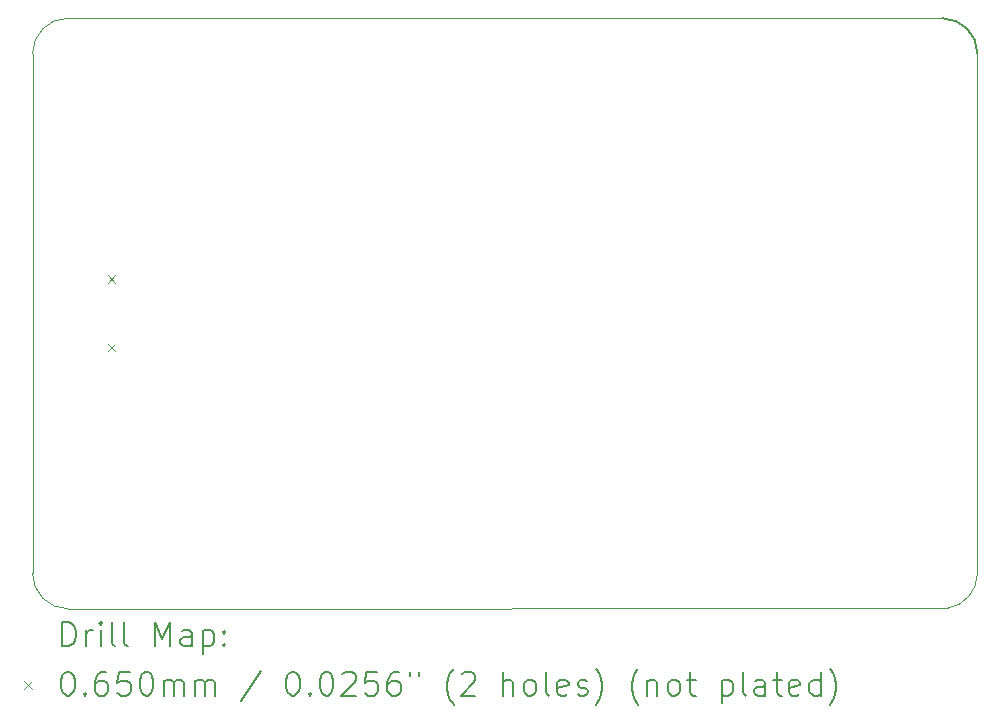
<source format=gbr>
%TF.GenerationSoftware,KiCad,Pcbnew,(6.0.7-1)-1*%
%TF.CreationDate,2022-09-20T14:46:52+12:00*%
%TF.ProjectId,ENEL300Group10MCUBoard,454e454c-3330-4304-9772-6f757031304d,rev?*%
%TF.SameCoordinates,Original*%
%TF.FileFunction,Drillmap*%
%TF.FilePolarity,Positive*%
%FSLAX45Y45*%
G04 Gerber Fmt 4.5, Leading zero omitted, Abs format (unit mm)*
G04 Created by KiCad (PCBNEW (6.0.7-1)-1) date 2022-09-20 14:46:52*
%MOMM*%
%LPD*%
G01*
G04 APERTURE LIST*
%ADD10C,0.100000*%
%ADD11C,0.150000*%
%ADD12C,0.200000*%
%ADD13C,0.065000*%
G04 APERTURE END LIST*
D10*
X5300000Y-8750000D02*
X12749320Y-8745918D01*
X5000000Y-8450000D02*
G75*
G03*
X5300000Y-8750000I300000J0D01*
G01*
X5300000Y-3750000D02*
G75*
G03*
X5000000Y-4050000I0J-300000D01*
G01*
X5000000Y-4050000D02*
X5000000Y-8450000D01*
X5300000Y-3750000D02*
X12700000Y-3750000D01*
D11*
X13000000Y-4050000D02*
G75*
G03*
X12700000Y-3750000I-300000J0D01*
G01*
D10*
X13000000Y-8450000D02*
X13000000Y-4050000D01*
X12749320Y-8745918D02*
G75*
G03*
X13000000Y-8450000I-49320J295918D01*
G01*
D12*
D13*
X5635500Y-5928500D02*
X5700500Y-5993500D01*
X5700500Y-5928500D02*
X5635500Y-5993500D01*
X5635500Y-6506500D02*
X5700500Y-6571500D01*
X5700500Y-6506500D02*
X5635500Y-6571500D01*
D12*
X5252619Y-9065476D02*
X5252619Y-8865476D01*
X5300238Y-8865476D01*
X5328810Y-8875000D01*
X5347857Y-8894048D01*
X5357381Y-8913095D01*
X5366905Y-8951190D01*
X5366905Y-8979762D01*
X5357381Y-9017857D01*
X5347857Y-9036905D01*
X5328810Y-9055952D01*
X5300238Y-9065476D01*
X5252619Y-9065476D01*
X5452619Y-9065476D02*
X5452619Y-8932143D01*
X5452619Y-8970238D02*
X5462143Y-8951190D01*
X5471667Y-8941667D01*
X5490714Y-8932143D01*
X5509762Y-8932143D01*
X5576429Y-9065476D02*
X5576429Y-8932143D01*
X5576429Y-8865476D02*
X5566905Y-8875000D01*
X5576429Y-8884524D01*
X5585952Y-8875000D01*
X5576429Y-8865476D01*
X5576429Y-8884524D01*
X5700238Y-9065476D02*
X5681190Y-9055952D01*
X5671667Y-9036905D01*
X5671667Y-8865476D01*
X5805000Y-9065476D02*
X5785952Y-9055952D01*
X5776428Y-9036905D01*
X5776428Y-8865476D01*
X6033571Y-9065476D02*
X6033571Y-8865476D01*
X6100238Y-9008333D01*
X6166905Y-8865476D01*
X6166905Y-9065476D01*
X6347857Y-9065476D02*
X6347857Y-8960714D01*
X6338333Y-8941667D01*
X6319286Y-8932143D01*
X6281190Y-8932143D01*
X6262143Y-8941667D01*
X6347857Y-9055952D02*
X6328809Y-9065476D01*
X6281190Y-9065476D01*
X6262143Y-9055952D01*
X6252619Y-9036905D01*
X6252619Y-9017857D01*
X6262143Y-8998810D01*
X6281190Y-8989286D01*
X6328809Y-8989286D01*
X6347857Y-8979762D01*
X6443095Y-8932143D02*
X6443095Y-9132143D01*
X6443095Y-8941667D02*
X6462143Y-8932143D01*
X6500238Y-8932143D01*
X6519286Y-8941667D01*
X6528809Y-8951190D01*
X6538333Y-8970238D01*
X6538333Y-9027381D01*
X6528809Y-9046429D01*
X6519286Y-9055952D01*
X6500238Y-9065476D01*
X6462143Y-9065476D01*
X6443095Y-9055952D01*
X6624048Y-9046429D02*
X6633571Y-9055952D01*
X6624048Y-9065476D01*
X6614524Y-9055952D01*
X6624048Y-9046429D01*
X6624048Y-9065476D01*
X6624048Y-8941667D02*
X6633571Y-8951190D01*
X6624048Y-8960714D01*
X6614524Y-8951190D01*
X6624048Y-8941667D01*
X6624048Y-8960714D01*
D13*
X4930000Y-9362500D02*
X4995000Y-9427500D01*
X4995000Y-9362500D02*
X4930000Y-9427500D01*
D12*
X5290714Y-9285476D02*
X5309762Y-9285476D01*
X5328810Y-9295000D01*
X5338333Y-9304524D01*
X5347857Y-9323571D01*
X5357381Y-9361667D01*
X5357381Y-9409286D01*
X5347857Y-9447381D01*
X5338333Y-9466429D01*
X5328810Y-9475952D01*
X5309762Y-9485476D01*
X5290714Y-9485476D01*
X5271667Y-9475952D01*
X5262143Y-9466429D01*
X5252619Y-9447381D01*
X5243095Y-9409286D01*
X5243095Y-9361667D01*
X5252619Y-9323571D01*
X5262143Y-9304524D01*
X5271667Y-9295000D01*
X5290714Y-9285476D01*
X5443095Y-9466429D02*
X5452619Y-9475952D01*
X5443095Y-9485476D01*
X5433571Y-9475952D01*
X5443095Y-9466429D01*
X5443095Y-9485476D01*
X5624048Y-9285476D02*
X5585952Y-9285476D01*
X5566905Y-9295000D01*
X5557381Y-9304524D01*
X5538333Y-9333095D01*
X5528810Y-9371190D01*
X5528810Y-9447381D01*
X5538333Y-9466429D01*
X5547857Y-9475952D01*
X5566905Y-9485476D01*
X5605000Y-9485476D01*
X5624048Y-9475952D01*
X5633571Y-9466429D01*
X5643095Y-9447381D01*
X5643095Y-9399762D01*
X5633571Y-9380714D01*
X5624048Y-9371190D01*
X5605000Y-9361667D01*
X5566905Y-9361667D01*
X5547857Y-9371190D01*
X5538333Y-9380714D01*
X5528810Y-9399762D01*
X5824048Y-9285476D02*
X5728809Y-9285476D01*
X5719286Y-9380714D01*
X5728809Y-9371190D01*
X5747857Y-9361667D01*
X5795476Y-9361667D01*
X5814524Y-9371190D01*
X5824048Y-9380714D01*
X5833571Y-9399762D01*
X5833571Y-9447381D01*
X5824048Y-9466429D01*
X5814524Y-9475952D01*
X5795476Y-9485476D01*
X5747857Y-9485476D01*
X5728809Y-9475952D01*
X5719286Y-9466429D01*
X5957381Y-9285476D02*
X5976428Y-9285476D01*
X5995476Y-9295000D01*
X6005000Y-9304524D01*
X6014524Y-9323571D01*
X6024048Y-9361667D01*
X6024048Y-9409286D01*
X6014524Y-9447381D01*
X6005000Y-9466429D01*
X5995476Y-9475952D01*
X5976428Y-9485476D01*
X5957381Y-9485476D01*
X5938333Y-9475952D01*
X5928809Y-9466429D01*
X5919286Y-9447381D01*
X5909762Y-9409286D01*
X5909762Y-9361667D01*
X5919286Y-9323571D01*
X5928809Y-9304524D01*
X5938333Y-9295000D01*
X5957381Y-9285476D01*
X6109762Y-9485476D02*
X6109762Y-9352143D01*
X6109762Y-9371190D02*
X6119286Y-9361667D01*
X6138333Y-9352143D01*
X6166905Y-9352143D01*
X6185952Y-9361667D01*
X6195476Y-9380714D01*
X6195476Y-9485476D01*
X6195476Y-9380714D02*
X6205000Y-9361667D01*
X6224048Y-9352143D01*
X6252619Y-9352143D01*
X6271667Y-9361667D01*
X6281190Y-9380714D01*
X6281190Y-9485476D01*
X6376428Y-9485476D02*
X6376428Y-9352143D01*
X6376428Y-9371190D02*
X6385952Y-9361667D01*
X6405000Y-9352143D01*
X6433571Y-9352143D01*
X6452619Y-9361667D01*
X6462143Y-9380714D01*
X6462143Y-9485476D01*
X6462143Y-9380714D02*
X6471667Y-9361667D01*
X6490714Y-9352143D01*
X6519286Y-9352143D01*
X6538333Y-9361667D01*
X6547857Y-9380714D01*
X6547857Y-9485476D01*
X6938333Y-9275952D02*
X6766905Y-9533095D01*
X7195476Y-9285476D02*
X7214524Y-9285476D01*
X7233571Y-9295000D01*
X7243095Y-9304524D01*
X7252619Y-9323571D01*
X7262143Y-9361667D01*
X7262143Y-9409286D01*
X7252619Y-9447381D01*
X7243095Y-9466429D01*
X7233571Y-9475952D01*
X7214524Y-9485476D01*
X7195476Y-9485476D01*
X7176428Y-9475952D01*
X7166905Y-9466429D01*
X7157381Y-9447381D01*
X7147857Y-9409286D01*
X7147857Y-9361667D01*
X7157381Y-9323571D01*
X7166905Y-9304524D01*
X7176428Y-9295000D01*
X7195476Y-9285476D01*
X7347857Y-9466429D02*
X7357381Y-9475952D01*
X7347857Y-9485476D01*
X7338333Y-9475952D01*
X7347857Y-9466429D01*
X7347857Y-9485476D01*
X7481190Y-9285476D02*
X7500238Y-9285476D01*
X7519286Y-9295000D01*
X7528809Y-9304524D01*
X7538333Y-9323571D01*
X7547857Y-9361667D01*
X7547857Y-9409286D01*
X7538333Y-9447381D01*
X7528809Y-9466429D01*
X7519286Y-9475952D01*
X7500238Y-9485476D01*
X7481190Y-9485476D01*
X7462143Y-9475952D01*
X7452619Y-9466429D01*
X7443095Y-9447381D01*
X7433571Y-9409286D01*
X7433571Y-9361667D01*
X7443095Y-9323571D01*
X7452619Y-9304524D01*
X7462143Y-9295000D01*
X7481190Y-9285476D01*
X7624048Y-9304524D02*
X7633571Y-9295000D01*
X7652619Y-9285476D01*
X7700238Y-9285476D01*
X7719286Y-9295000D01*
X7728809Y-9304524D01*
X7738333Y-9323571D01*
X7738333Y-9342619D01*
X7728809Y-9371190D01*
X7614524Y-9485476D01*
X7738333Y-9485476D01*
X7919286Y-9285476D02*
X7824048Y-9285476D01*
X7814524Y-9380714D01*
X7824048Y-9371190D01*
X7843095Y-9361667D01*
X7890714Y-9361667D01*
X7909762Y-9371190D01*
X7919286Y-9380714D01*
X7928809Y-9399762D01*
X7928809Y-9447381D01*
X7919286Y-9466429D01*
X7909762Y-9475952D01*
X7890714Y-9485476D01*
X7843095Y-9485476D01*
X7824048Y-9475952D01*
X7814524Y-9466429D01*
X8100238Y-9285476D02*
X8062143Y-9285476D01*
X8043095Y-9295000D01*
X8033571Y-9304524D01*
X8014524Y-9333095D01*
X8005000Y-9371190D01*
X8005000Y-9447381D01*
X8014524Y-9466429D01*
X8024048Y-9475952D01*
X8043095Y-9485476D01*
X8081190Y-9485476D01*
X8100238Y-9475952D01*
X8109762Y-9466429D01*
X8119286Y-9447381D01*
X8119286Y-9399762D01*
X8109762Y-9380714D01*
X8100238Y-9371190D01*
X8081190Y-9361667D01*
X8043095Y-9361667D01*
X8024048Y-9371190D01*
X8014524Y-9380714D01*
X8005000Y-9399762D01*
X8195476Y-9285476D02*
X8195476Y-9323571D01*
X8271667Y-9285476D02*
X8271667Y-9323571D01*
X8566905Y-9561667D02*
X8557381Y-9552143D01*
X8538333Y-9523571D01*
X8528810Y-9504524D01*
X8519286Y-9475952D01*
X8509762Y-9428333D01*
X8509762Y-9390238D01*
X8519286Y-9342619D01*
X8528810Y-9314048D01*
X8538333Y-9295000D01*
X8557381Y-9266429D01*
X8566905Y-9256905D01*
X8633571Y-9304524D02*
X8643095Y-9295000D01*
X8662143Y-9285476D01*
X8709762Y-9285476D01*
X8728810Y-9295000D01*
X8738333Y-9304524D01*
X8747857Y-9323571D01*
X8747857Y-9342619D01*
X8738333Y-9371190D01*
X8624048Y-9485476D01*
X8747857Y-9485476D01*
X8985952Y-9485476D02*
X8985952Y-9285476D01*
X9071667Y-9485476D02*
X9071667Y-9380714D01*
X9062143Y-9361667D01*
X9043095Y-9352143D01*
X9014524Y-9352143D01*
X8995476Y-9361667D01*
X8985952Y-9371190D01*
X9195476Y-9485476D02*
X9176429Y-9475952D01*
X9166905Y-9466429D01*
X9157381Y-9447381D01*
X9157381Y-9390238D01*
X9166905Y-9371190D01*
X9176429Y-9361667D01*
X9195476Y-9352143D01*
X9224048Y-9352143D01*
X9243095Y-9361667D01*
X9252619Y-9371190D01*
X9262143Y-9390238D01*
X9262143Y-9447381D01*
X9252619Y-9466429D01*
X9243095Y-9475952D01*
X9224048Y-9485476D01*
X9195476Y-9485476D01*
X9376429Y-9485476D02*
X9357381Y-9475952D01*
X9347857Y-9456905D01*
X9347857Y-9285476D01*
X9528810Y-9475952D02*
X9509762Y-9485476D01*
X9471667Y-9485476D01*
X9452619Y-9475952D01*
X9443095Y-9456905D01*
X9443095Y-9380714D01*
X9452619Y-9361667D01*
X9471667Y-9352143D01*
X9509762Y-9352143D01*
X9528810Y-9361667D01*
X9538333Y-9380714D01*
X9538333Y-9399762D01*
X9443095Y-9418810D01*
X9614524Y-9475952D02*
X9633571Y-9485476D01*
X9671667Y-9485476D01*
X9690714Y-9475952D01*
X9700238Y-9456905D01*
X9700238Y-9447381D01*
X9690714Y-9428333D01*
X9671667Y-9418810D01*
X9643095Y-9418810D01*
X9624048Y-9409286D01*
X9614524Y-9390238D01*
X9614524Y-9380714D01*
X9624048Y-9361667D01*
X9643095Y-9352143D01*
X9671667Y-9352143D01*
X9690714Y-9361667D01*
X9766905Y-9561667D02*
X9776429Y-9552143D01*
X9795476Y-9523571D01*
X9805000Y-9504524D01*
X9814524Y-9475952D01*
X9824048Y-9428333D01*
X9824048Y-9390238D01*
X9814524Y-9342619D01*
X9805000Y-9314048D01*
X9795476Y-9295000D01*
X9776429Y-9266429D01*
X9766905Y-9256905D01*
X10128810Y-9561667D02*
X10119286Y-9552143D01*
X10100238Y-9523571D01*
X10090714Y-9504524D01*
X10081190Y-9475952D01*
X10071667Y-9428333D01*
X10071667Y-9390238D01*
X10081190Y-9342619D01*
X10090714Y-9314048D01*
X10100238Y-9295000D01*
X10119286Y-9266429D01*
X10128810Y-9256905D01*
X10205000Y-9352143D02*
X10205000Y-9485476D01*
X10205000Y-9371190D02*
X10214524Y-9361667D01*
X10233571Y-9352143D01*
X10262143Y-9352143D01*
X10281190Y-9361667D01*
X10290714Y-9380714D01*
X10290714Y-9485476D01*
X10414524Y-9485476D02*
X10395476Y-9475952D01*
X10385952Y-9466429D01*
X10376429Y-9447381D01*
X10376429Y-9390238D01*
X10385952Y-9371190D01*
X10395476Y-9361667D01*
X10414524Y-9352143D01*
X10443095Y-9352143D01*
X10462143Y-9361667D01*
X10471667Y-9371190D01*
X10481190Y-9390238D01*
X10481190Y-9447381D01*
X10471667Y-9466429D01*
X10462143Y-9475952D01*
X10443095Y-9485476D01*
X10414524Y-9485476D01*
X10538333Y-9352143D02*
X10614524Y-9352143D01*
X10566905Y-9285476D02*
X10566905Y-9456905D01*
X10576429Y-9475952D01*
X10595476Y-9485476D01*
X10614524Y-9485476D01*
X10833571Y-9352143D02*
X10833571Y-9552143D01*
X10833571Y-9361667D02*
X10852619Y-9352143D01*
X10890714Y-9352143D01*
X10909762Y-9361667D01*
X10919286Y-9371190D01*
X10928810Y-9390238D01*
X10928810Y-9447381D01*
X10919286Y-9466429D01*
X10909762Y-9475952D01*
X10890714Y-9485476D01*
X10852619Y-9485476D01*
X10833571Y-9475952D01*
X11043095Y-9485476D02*
X11024048Y-9475952D01*
X11014524Y-9456905D01*
X11014524Y-9285476D01*
X11205000Y-9485476D02*
X11205000Y-9380714D01*
X11195476Y-9361667D01*
X11176429Y-9352143D01*
X11138333Y-9352143D01*
X11119286Y-9361667D01*
X11205000Y-9475952D02*
X11185952Y-9485476D01*
X11138333Y-9485476D01*
X11119286Y-9475952D01*
X11109762Y-9456905D01*
X11109762Y-9437857D01*
X11119286Y-9418810D01*
X11138333Y-9409286D01*
X11185952Y-9409286D01*
X11205000Y-9399762D01*
X11271667Y-9352143D02*
X11347857Y-9352143D01*
X11300238Y-9285476D02*
X11300238Y-9456905D01*
X11309762Y-9475952D01*
X11328809Y-9485476D01*
X11347857Y-9485476D01*
X11490714Y-9475952D02*
X11471667Y-9485476D01*
X11433571Y-9485476D01*
X11414524Y-9475952D01*
X11405000Y-9456905D01*
X11405000Y-9380714D01*
X11414524Y-9361667D01*
X11433571Y-9352143D01*
X11471667Y-9352143D01*
X11490714Y-9361667D01*
X11500238Y-9380714D01*
X11500238Y-9399762D01*
X11405000Y-9418810D01*
X11671667Y-9485476D02*
X11671667Y-9285476D01*
X11671667Y-9475952D02*
X11652619Y-9485476D01*
X11614524Y-9485476D01*
X11595476Y-9475952D01*
X11585952Y-9466429D01*
X11576428Y-9447381D01*
X11576428Y-9390238D01*
X11585952Y-9371190D01*
X11595476Y-9361667D01*
X11614524Y-9352143D01*
X11652619Y-9352143D01*
X11671667Y-9361667D01*
X11747857Y-9561667D02*
X11757381Y-9552143D01*
X11776428Y-9523571D01*
X11785952Y-9504524D01*
X11795476Y-9475952D01*
X11805000Y-9428333D01*
X11805000Y-9390238D01*
X11795476Y-9342619D01*
X11785952Y-9314048D01*
X11776428Y-9295000D01*
X11757381Y-9266429D01*
X11747857Y-9256905D01*
M02*

</source>
